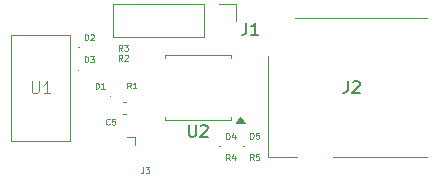
<source format=gbr>
%TF.GenerationSoftware,KiCad,Pcbnew,9.0.6*%
%TF.CreationDate,2025-12-12T23:19:34-08:00*%
%TF.ProjectId,iambic-controller-board,69616d62-6963-42d6-936f-6e74726f6c6c,1.0*%
%TF.SameCoordinates,Original*%
%TF.FileFunction,Legend,Top*%
%TF.FilePolarity,Positive*%
%FSLAX46Y46*%
G04 Gerber Fmt 4.6, Leading zero omitted, Abs format (unit mm)*
G04 Created by KiCad (PCBNEW 9.0.6) date 2025-12-12 23:19:34*
%MOMM*%
%LPD*%
G01*
G04 APERTURE LIST*
%ADD10C,0.150000*%
%ADD11C,0.100000*%
%ADD12C,0.120000*%
G04 APERTURE END LIST*
D10*
X168491666Y-99454819D02*
X168491666Y-100169104D01*
X168491666Y-100169104D02*
X168444047Y-100311961D01*
X168444047Y-100311961D02*
X168348809Y-100407200D01*
X168348809Y-100407200D02*
X168205952Y-100454819D01*
X168205952Y-100454819D02*
X168110714Y-100454819D01*
X168920238Y-99550057D02*
X168967857Y-99502438D01*
X168967857Y-99502438D02*
X169063095Y-99454819D01*
X169063095Y-99454819D02*
X169301190Y-99454819D01*
X169301190Y-99454819D02*
X169396428Y-99502438D01*
X169396428Y-99502438D02*
X169444047Y-99550057D01*
X169444047Y-99550057D02*
X169491666Y-99645295D01*
X169491666Y-99645295D02*
X169491666Y-99740533D01*
X169491666Y-99740533D02*
X169444047Y-99883390D01*
X169444047Y-99883390D02*
X168872619Y-100454819D01*
X168872619Y-100454819D02*
X169491666Y-100454819D01*
D11*
X148316666Y-103078490D02*
X148292857Y-103102300D01*
X148292857Y-103102300D02*
X148221428Y-103126109D01*
X148221428Y-103126109D02*
X148173809Y-103126109D01*
X148173809Y-103126109D02*
X148102381Y-103102300D01*
X148102381Y-103102300D02*
X148054762Y-103054680D01*
X148054762Y-103054680D02*
X148030952Y-103007061D01*
X148030952Y-103007061D02*
X148007143Y-102911823D01*
X148007143Y-102911823D02*
X148007143Y-102840395D01*
X148007143Y-102840395D02*
X148030952Y-102745157D01*
X148030952Y-102745157D02*
X148054762Y-102697538D01*
X148054762Y-102697538D02*
X148102381Y-102649919D01*
X148102381Y-102649919D02*
X148173809Y-102626109D01*
X148173809Y-102626109D02*
X148221428Y-102626109D01*
X148221428Y-102626109D02*
X148292857Y-102649919D01*
X148292857Y-102649919D02*
X148316666Y-102673728D01*
X148769047Y-102626109D02*
X148530952Y-102626109D01*
X148530952Y-102626109D02*
X148507143Y-102864204D01*
X148507143Y-102864204D02*
X148530952Y-102840395D01*
X148530952Y-102840395D02*
X148578571Y-102816585D01*
X148578571Y-102816585D02*
X148697619Y-102816585D01*
X148697619Y-102816585D02*
X148745238Y-102840395D01*
X148745238Y-102840395D02*
X148769047Y-102864204D01*
X148769047Y-102864204D02*
X148792857Y-102911823D01*
X148792857Y-102911823D02*
X148792857Y-103030871D01*
X148792857Y-103030871D02*
X148769047Y-103078490D01*
X148769047Y-103078490D02*
X148745238Y-103102300D01*
X148745238Y-103102300D02*
X148697619Y-103126109D01*
X148697619Y-103126109D02*
X148578571Y-103126109D01*
X148578571Y-103126109D02*
X148530952Y-103102300D01*
X148530952Y-103102300D02*
X148507143Y-103078490D01*
D10*
X155038095Y-103154819D02*
X155038095Y-103964342D01*
X155038095Y-103964342D02*
X155085714Y-104059580D01*
X155085714Y-104059580D02*
X155133333Y-104107200D01*
X155133333Y-104107200D02*
X155228571Y-104154819D01*
X155228571Y-104154819D02*
X155419047Y-104154819D01*
X155419047Y-104154819D02*
X155514285Y-104107200D01*
X155514285Y-104107200D02*
X155561904Y-104059580D01*
X155561904Y-104059580D02*
X155609523Y-103964342D01*
X155609523Y-103964342D02*
X155609523Y-103154819D01*
X156038095Y-103250057D02*
X156085714Y-103202438D01*
X156085714Y-103202438D02*
X156180952Y-103154819D01*
X156180952Y-103154819D02*
X156419047Y-103154819D01*
X156419047Y-103154819D02*
X156514285Y-103202438D01*
X156514285Y-103202438D02*
X156561904Y-103250057D01*
X156561904Y-103250057D02*
X156609523Y-103345295D01*
X156609523Y-103345295D02*
X156609523Y-103440533D01*
X156609523Y-103440533D02*
X156561904Y-103583390D01*
X156561904Y-103583390D02*
X155990476Y-104154819D01*
X155990476Y-104154819D02*
X156609523Y-104154819D01*
D11*
X158205952Y-104376109D02*
X158205952Y-103876109D01*
X158205952Y-103876109D02*
X158325000Y-103876109D01*
X158325000Y-103876109D02*
X158396428Y-103899919D01*
X158396428Y-103899919D02*
X158444047Y-103947538D01*
X158444047Y-103947538D02*
X158467857Y-103995157D01*
X158467857Y-103995157D02*
X158491666Y-104090395D01*
X158491666Y-104090395D02*
X158491666Y-104161823D01*
X158491666Y-104161823D02*
X158467857Y-104257061D01*
X158467857Y-104257061D02*
X158444047Y-104304680D01*
X158444047Y-104304680D02*
X158396428Y-104352300D01*
X158396428Y-104352300D02*
X158325000Y-104376109D01*
X158325000Y-104376109D02*
X158205952Y-104376109D01*
X158920238Y-104042776D02*
X158920238Y-104376109D01*
X158801190Y-103852300D02*
X158682143Y-104209442D01*
X158682143Y-104209442D02*
X158991666Y-104209442D01*
X158491666Y-106151109D02*
X158325000Y-105913014D01*
X158205952Y-106151109D02*
X158205952Y-105651109D01*
X158205952Y-105651109D02*
X158396428Y-105651109D01*
X158396428Y-105651109D02*
X158444047Y-105674919D01*
X158444047Y-105674919D02*
X158467857Y-105698728D01*
X158467857Y-105698728D02*
X158491666Y-105746347D01*
X158491666Y-105746347D02*
X158491666Y-105817776D01*
X158491666Y-105817776D02*
X158467857Y-105865395D01*
X158467857Y-105865395D02*
X158444047Y-105889204D01*
X158444047Y-105889204D02*
X158396428Y-105913014D01*
X158396428Y-105913014D02*
X158205952Y-105913014D01*
X158920238Y-105817776D02*
X158920238Y-106151109D01*
X158801190Y-105627300D02*
X158682143Y-105984442D01*
X158682143Y-105984442D02*
X158991666Y-105984442D01*
X149391666Y-96876109D02*
X149225000Y-96638014D01*
X149105952Y-96876109D02*
X149105952Y-96376109D01*
X149105952Y-96376109D02*
X149296428Y-96376109D01*
X149296428Y-96376109D02*
X149344047Y-96399919D01*
X149344047Y-96399919D02*
X149367857Y-96423728D01*
X149367857Y-96423728D02*
X149391666Y-96471347D01*
X149391666Y-96471347D02*
X149391666Y-96542776D01*
X149391666Y-96542776D02*
X149367857Y-96590395D01*
X149367857Y-96590395D02*
X149344047Y-96614204D01*
X149344047Y-96614204D02*
X149296428Y-96638014D01*
X149296428Y-96638014D02*
X149105952Y-96638014D01*
X149558333Y-96376109D02*
X149867857Y-96376109D01*
X149867857Y-96376109D02*
X149701190Y-96566585D01*
X149701190Y-96566585D02*
X149772619Y-96566585D01*
X149772619Y-96566585D02*
X149820238Y-96590395D01*
X149820238Y-96590395D02*
X149844047Y-96614204D01*
X149844047Y-96614204D02*
X149867857Y-96661823D01*
X149867857Y-96661823D02*
X149867857Y-96780871D01*
X149867857Y-96780871D02*
X149844047Y-96828490D01*
X149844047Y-96828490D02*
X149820238Y-96852300D01*
X149820238Y-96852300D02*
X149772619Y-96876109D01*
X149772619Y-96876109D02*
X149629762Y-96876109D01*
X149629762Y-96876109D02*
X149582143Y-96852300D01*
X149582143Y-96852300D02*
X149558333Y-96828490D01*
X146230952Y-97851109D02*
X146230952Y-97351109D01*
X146230952Y-97351109D02*
X146350000Y-97351109D01*
X146350000Y-97351109D02*
X146421428Y-97374919D01*
X146421428Y-97374919D02*
X146469047Y-97422538D01*
X146469047Y-97422538D02*
X146492857Y-97470157D01*
X146492857Y-97470157D02*
X146516666Y-97565395D01*
X146516666Y-97565395D02*
X146516666Y-97636823D01*
X146516666Y-97636823D02*
X146492857Y-97732061D01*
X146492857Y-97732061D02*
X146469047Y-97779680D01*
X146469047Y-97779680D02*
X146421428Y-97827300D01*
X146421428Y-97827300D02*
X146350000Y-97851109D01*
X146350000Y-97851109D02*
X146230952Y-97851109D01*
X146683333Y-97351109D02*
X146992857Y-97351109D01*
X146992857Y-97351109D02*
X146826190Y-97541585D01*
X146826190Y-97541585D02*
X146897619Y-97541585D01*
X146897619Y-97541585D02*
X146945238Y-97565395D01*
X146945238Y-97565395D02*
X146969047Y-97589204D01*
X146969047Y-97589204D02*
X146992857Y-97636823D01*
X146992857Y-97636823D02*
X146992857Y-97755871D01*
X146992857Y-97755871D02*
X146969047Y-97803490D01*
X146969047Y-97803490D02*
X146945238Y-97827300D01*
X146945238Y-97827300D02*
X146897619Y-97851109D01*
X146897619Y-97851109D02*
X146754762Y-97851109D01*
X146754762Y-97851109D02*
X146707143Y-97827300D01*
X146707143Y-97827300D02*
X146683333Y-97803490D01*
X160230952Y-104326109D02*
X160230952Y-103826109D01*
X160230952Y-103826109D02*
X160350000Y-103826109D01*
X160350000Y-103826109D02*
X160421428Y-103849919D01*
X160421428Y-103849919D02*
X160469047Y-103897538D01*
X160469047Y-103897538D02*
X160492857Y-103945157D01*
X160492857Y-103945157D02*
X160516666Y-104040395D01*
X160516666Y-104040395D02*
X160516666Y-104111823D01*
X160516666Y-104111823D02*
X160492857Y-104207061D01*
X160492857Y-104207061D02*
X160469047Y-104254680D01*
X160469047Y-104254680D02*
X160421428Y-104302300D01*
X160421428Y-104302300D02*
X160350000Y-104326109D01*
X160350000Y-104326109D02*
X160230952Y-104326109D01*
X160969047Y-103826109D02*
X160730952Y-103826109D01*
X160730952Y-103826109D02*
X160707143Y-104064204D01*
X160707143Y-104064204D02*
X160730952Y-104040395D01*
X160730952Y-104040395D02*
X160778571Y-104016585D01*
X160778571Y-104016585D02*
X160897619Y-104016585D01*
X160897619Y-104016585D02*
X160945238Y-104040395D01*
X160945238Y-104040395D02*
X160969047Y-104064204D01*
X160969047Y-104064204D02*
X160992857Y-104111823D01*
X160992857Y-104111823D02*
X160992857Y-104230871D01*
X160992857Y-104230871D02*
X160969047Y-104278490D01*
X160969047Y-104278490D02*
X160945238Y-104302300D01*
X160945238Y-104302300D02*
X160897619Y-104326109D01*
X160897619Y-104326109D02*
X160778571Y-104326109D01*
X160778571Y-104326109D02*
X160730952Y-104302300D01*
X160730952Y-104302300D02*
X160707143Y-104278490D01*
X160516666Y-106133609D02*
X160350000Y-105895514D01*
X160230952Y-106133609D02*
X160230952Y-105633609D01*
X160230952Y-105633609D02*
X160421428Y-105633609D01*
X160421428Y-105633609D02*
X160469047Y-105657419D01*
X160469047Y-105657419D02*
X160492857Y-105681228D01*
X160492857Y-105681228D02*
X160516666Y-105728847D01*
X160516666Y-105728847D02*
X160516666Y-105800276D01*
X160516666Y-105800276D02*
X160492857Y-105847895D01*
X160492857Y-105847895D02*
X160469047Y-105871704D01*
X160469047Y-105871704D02*
X160421428Y-105895514D01*
X160421428Y-105895514D02*
X160230952Y-105895514D01*
X160969047Y-105633609D02*
X160730952Y-105633609D01*
X160730952Y-105633609D02*
X160707143Y-105871704D01*
X160707143Y-105871704D02*
X160730952Y-105847895D01*
X160730952Y-105847895D02*
X160778571Y-105824085D01*
X160778571Y-105824085D02*
X160897619Y-105824085D01*
X160897619Y-105824085D02*
X160945238Y-105847895D01*
X160945238Y-105847895D02*
X160969047Y-105871704D01*
X160969047Y-105871704D02*
X160992857Y-105919323D01*
X160992857Y-105919323D02*
X160992857Y-106038371D01*
X160992857Y-106038371D02*
X160969047Y-106085990D01*
X160969047Y-106085990D02*
X160945238Y-106109800D01*
X160945238Y-106109800D02*
X160897619Y-106133609D01*
X160897619Y-106133609D02*
X160778571Y-106133609D01*
X160778571Y-106133609D02*
X160730952Y-106109800D01*
X160730952Y-106109800D02*
X160707143Y-106085990D01*
X149391666Y-97726109D02*
X149225000Y-97488014D01*
X149105952Y-97726109D02*
X149105952Y-97226109D01*
X149105952Y-97226109D02*
X149296428Y-97226109D01*
X149296428Y-97226109D02*
X149344047Y-97249919D01*
X149344047Y-97249919D02*
X149367857Y-97273728D01*
X149367857Y-97273728D02*
X149391666Y-97321347D01*
X149391666Y-97321347D02*
X149391666Y-97392776D01*
X149391666Y-97392776D02*
X149367857Y-97440395D01*
X149367857Y-97440395D02*
X149344047Y-97464204D01*
X149344047Y-97464204D02*
X149296428Y-97488014D01*
X149296428Y-97488014D02*
X149105952Y-97488014D01*
X149582143Y-97273728D02*
X149605952Y-97249919D01*
X149605952Y-97249919D02*
X149653571Y-97226109D01*
X149653571Y-97226109D02*
X149772619Y-97226109D01*
X149772619Y-97226109D02*
X149820238Y-97249919D01*
X149820238Y-97249919D02*
X149844047Y-97273728D01*
X149844047Y-97273728D02*
X149867857Y-97321347D01*
X149867857Y-97321347D02*
X149867857Y-97368966D01*
X149867857Y-97368966D02*
X149844047Y-97440395D01*
X149844047Y-97440395D02*
X149558333Y-97726109D01*
X149558333Y-97726109D02*
X149867857Y-97726109D01*
X150116666Y-100061109D02*
X149950000Y-99823014D01*
X149830952Y-100061109D02*
X149830952Y-99561109D01*
X149830952Y-99561109D02*
X150021428Y-99561109D01*
X150021428Y-99561109D02*
X150069047Y-99584919D01*
X150069047Y-99584919D02*
X150092857Y-99608728D01*
X150092857Y-99608728D02*
X150116666Y-99656347D01*
X150116666Y-99656347D02*
X150116666Y-99727776D01*
X150116666Y-99727776D02*
X150092857Y-99775395D01*
X150092857Y-99775395D02*
X150069047Y-99799204D01*
X150069047Y-99799204D02*
X150021428Y-99823014D01*
X150021428Y-99823014D02*
X149830952Y-99823014D01*
X150592857Y-100061109D02*
X150307143Y-100061109D01*
X150450000Y-100061109D02*
X150450000Y-99561109D01*
X150450000Y-99561109D02*
X150402381Y-99632538D01*
X150402381Y-99632538D02*
X150354762Y-99680157D01*
X150354762Y-99680157D02*
X150307143Y-99703966D01*
D10*
X159896666Y-94529819D02*
X159896666Y-95244104D01*
X159896666Y-95244104D02*
X159849047Y-95386961D01*
X159849047Y-95386961D02*
X159753809Y-95482200D01*
X159753809Y-95482200D02*
X159610952Y-95529819D01*
X159610952Y-95529819D02*
X159515714Y-95529819D01*
X160896666Y-95529819D02*
X160325238Y-95529819D01*
X160610952Y-95529819D02*
X160610952Y-94529819D01*
X160610952Y-94529819D02*
X160515714Y-94672676D01*
X160515714Y-94672676D02*
X160420476Y-94767914D01*
X160420476Y-94767914D02*
X160325238Y-94815533D01*
D11*
X146230952Y-95976109D02*
X146230952Y-95476109D01*
X146230952Y-95476109D02*
X146350000Y-95476109D01*
X146350000Y-95476109D02*
X146421428Y-95499919D01*
X146421428Y-95499919D02*
X146469047Y-95547538D01*
X146469047Y-95547538D02*
X146492857Y-95595157D01*
X146492857Y-95595157D02*
X146516666Y-95690395D01*
X146516666Y-95690395D02*
X146516666Y-95761823D01*
X146516666Y-95761823D02*
X146492857Y-95857061D01*
X146492857Y-95857061D02*
X146469047Y-95904680D01*
X146469047Y-95904680D02*
X146421428Y-95952300D01*
X146421428Y-95952300D02*
X146350000Y-95976109D01*
X146350000Y-95976109D02*
X146230952Y-95976109D01*
X146707143Y-95523728D02*
X146730952Y-95499919D01*
X146730952Y-95499919D02*
X146778571Y-95476109D01*
X146778571Y-95476109D02*
X146897619Y-95476109D01*
X146897619Y-95476109D02*
X146945238Y-95499919D01*
X146945238Y-95499919D02*
X146969047Y-95523728D01*
X146969047Y-95523728D02*
X146992857Y-95571347D01*
X146992857Y-95571347D02*
X146992857Y-95618966D01*
X146992857Y-95618966D02*
X146969047Y-95690395D01*
X146969047Y-95690395D02*
X146683333Y-95976109D01*
X146683333Y-95976109D02*
X146992857Y-95976109D01*
X147130952Y-100076109D02*
X147130952Y-99576109D01*
X147130952Y-99576109D02*
X147250000Y-99576109D01*
X147250000Y-99576109D02*
X147321428Y-99599919D01*
X147321428Y-99599919D02*
X147369047Y-99647538D01*
X147369047Y-99647538D02*
X147392857Y-99695157D01*
X147392857Y-99695157D02*
X147416666Y-99790395D01*
X147416666Y-99790395D02*
X147416666Y-99861823D01*
X147416666Y-99861823D02*
X147392857Y-99957061D01*
X147392857Y-99957061D02*
X147369047Y-100004680D01*
X147369047Y-100004680D02*
X147321428Y-100052300D01*
X147321428Y-100052300D02*
X147250000Y-100076109D01*
X147250000Y-100076109D02*
X147130952Y-100076109D01*
X147892857Y-100076109D02*
X147607143Y-100076109D01*
X147750000Y-100076109D02*
X147750000Y-99576109D01*
X147750000Y-99576109D02*
X147702381Y-99647538D01*
X147702381Y-99647538D02*
X147654762Y-99695157D01*
X147654762Y-99695157D02*
X147607143Y-99718966D01*
X151188333Y-106736109D02*
X151188333Y-107093252D01*
X151188333Y-107093252D02*
X151164524Y-107164680D01*
X151164524Y-107164680D02*
X151116905Y-107212300D01*
X151116905Y-107212300D02*
X151045476Y-107236109D01*
X151045476Y-107236109D02*
X150997857Y-107236109D01*
X151378809Y-106736109D02*
X151688333Y-106736109D01*
X151688333Y-106736109D02*
X151521666Y-106926585D01*
X151521666Y-106926585D02*
X151593095Y-106926585D01*
X151593095Y-106926585D02*
X151640714Y-106950395D01*
X151640714Y-106950395D02*
X151664523Y-106974204D01*
X151664523Y-106974204D02*
X151688333Y-107021823D01*
X151688333Y-107021823D02*
X151688333Y-107140871D01*
X151688333Y-107140871D02*
X151664523Y-107188490D01*
X151664523Y-107188490D02*
X151640714Y-107212300D01*
X151640714Y-107212300D02*
X151593095Y-107236109D01*
X151593095Y-107236109D02*
X151450238Y-107236109D01*
X151450238Y-107236109D02*
X151402619Y-107212300D01*
X151402619Y-107212300D02*
X151378809Y-107188490D01*
X141738095Y-99457419D02*
X141738095Y-100266942D01*
X141738095Y-100266942D02*
X141785714Y-100362180D01*
X141785714Y-100362180D02*
X141833333Y-100409800D01*
X141833333Y-100409800D02*
X141928571Y-100457419D01*
X141928571Y-100457419D02*
X142119047Y-100457419D01*
X142119047Y-100457419D02*
X142214285Y-100409800D01*
X142214285Y-100409800D02*
X142261904Y-100362180D01*
X142261904Y-100362180D02*
X142309523Y-100266942D01*
X142309523Y-100266942D02*
X142309523Y-99457419D01*
X143309523Y-100457419D02*
X142738095Y-100457419D01*
X143023809Y-100457419D02*
X143023809Y-99457419D01*
X143023809Y-99457419D02*
X142928571Y-99600276D01*
X142928571Y-99600276D02*
X142833333Y-99695514D01*
X142833333Y-99695514D02*
X142738095Y-99743133D01*
D12*
%TO.C,J2*%
X167200000Y-105860000D02*
X175219200Y-105860000D01*
X164000000Y-94140000D02*
X175219200Y-94140000D01*
X161690000Y-105860000D02*
X164200000Y-105860000D01*
X161690000Y-105860000D02*
X161690000Y-97300000D01*
%TO.C,C5*%
X149434420Y-102260000D02*
X149715580Y-102260000D01*
X149434420Y-101240000D02*
X149715580Y-101240000D01*
%TO.C,U2*%
X159742500Y-102970000D02*
X159062500Y-102970000D01*
X159402500Y-102500000D01*
X159742500Y-102970000D01*
G36*
X159742500Y-102970000D02*
G01*
X159062500Y-102970000D01*
X159402500Y-102500000D01*
X159742500Y-102970000D01*
G37*
X153052500Y-97240000D02*
X158572500Y-97240000D01*
X153052500Y-97510000D02*
X153052500Y-97240000D01*
X153052500Y-102760000D02*
X153052500Y-102490000D01*
X158572500Y-97240000D02*
X158572500Y-97510000D01*
X158572500Y-102490000D02*
X158572500Y-102760000D01*
X158572500Y-102760000D02*
X153052500Y-102760000D01*
D11*
%TO.C,D4*%
X157750000Y-104985000D02*
G75*
G02*
X157650000Y-104985000I-50000J0D01*
G01*
X157650000Y-104985000D02*
G75*
G02*
X157750000Y-104985000I50000J0D01*
G01*
%TO.C,D3*%
X145750000Y-98510000D02*
G75*
G02*
X145650000Y-98510000I-50000J0D01*
G01*
X145650000Y-98510000D02*
G75*
G02*
X145750000Y-98510000I50000J0D01*
G01*
%TO.C,D5*%
X159750000Y-104985000D02*
G75*
G02*
X159650000Y-104985000I-50000J0D01*
G01*
X159650000Y-104985000D02*
G75*
G02*
X159750000Y-104985000I50000J0D01*
G01*
D12*
%TO.C,J1*%
X158980000Y-92945000D02*
X158980000Y-94325000D01*
X157600000Y-92945000D02*
X158980000Y-92945000D01*
X156330000Y-92945000D02*
X148600000Y-92945000D01*
X156330000Y-92945000D02*
X156330000Y-95705000D01*
X148600000Y-92945000D02*
X148600000Y-95705000D01*
X156330000Y-95705000D02*
X148600000Y-95705000D01*
D11*
%TO.C,D2*%
X145750000Y-96610000D02*
G75*
G02*
X145650000Y-96610000I-50000J0D01*
G01*
X145650000Y-96610000D02*
G75*
G02*
X145750000Y-96610000I50000J0D01*
G01*
%TO.C,D1*%
X148450000Y-100705000D02*
G75*
G02*
X148350000Y-100705000I-50000J0D01*
G01*
X148350000Y-100705000D02*
G75*
G02*
X148450000Y-100705000I50000J0D01*
G01*
D12*
%TO.C,J3*%
X149795000Y-104205000D02*
X150430000Y-104205000D01*
X150430000Y-104205000D02*
X150430000Y-104840000D01*
%TO.C,U1*%
D11*
X139975000Y-95500000D02*
X144975000Y-95500000D01*
X144975000Y-104500000D01*
X139975000Y-104500000D01*
X139975000Y-95500000D01*
%TD*%
M02*

</source>
